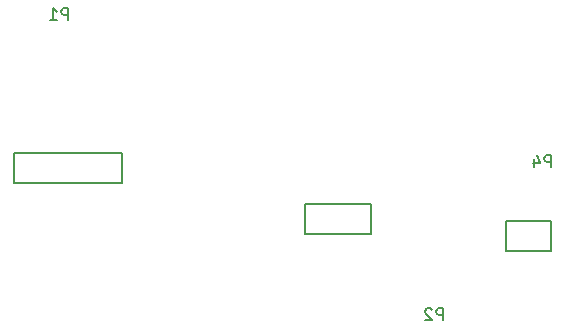
<source format=gbr>
G04 #@! TF.FileFunction,Legend,Bot*
%FSLAX46Y46*%
G04 Gerber Fmt 4.6, Leading zero omitted, Abs format (unit mm)*
G04 Created by KiCad (PCBNEW 4.0.5+dfsg1-4) date Fri Oct 12 17:17:42 2018*
%MOMM*%
%LPD*%
G01*
G04 APERTURE LIST*
%ADD10C,0.100000*%
%ADD11C,0.150000*%
G04 APERTURE END LIST*
D10*
D11*
X88646000Y-125730000D02*
X94234000Y-125730000D01*
X94234000Y-125730000D02*
X94234000Y-123190000D01*
X94234000Y-123190000D02*
X88646000Y-123190000D01*
X88646000Y-123190000D02*
X88646000Y-125730000D01*
X64008000Y-118872000D02*
X73152000Y-118872000D01*
X64008000Y-121412000D02*
X73152000Y-121412000D01*
X73152000Y-121412000D02*
X73152000Y-118872000D01*
X64008000Y-118872000D02*
X64008000Y-121412000D01*
X105612000Y-127198000D02*
X109422000Y-127198000D01*
X109422000Y-127198000D02*
X109422000Y-124658000D01*
X109422000Y-124658000D02*
X105612000Y-124658000D01*
X105612000Y-124658000D02*
X105612000Y-127198000D01*
X100306095Y-133040381D02*
X100306095Y-132040381D01*
X99925142Y-132040381D01*
X99829904Y-132088000D01*
X99782285Y-132135619D01*
X99734666Y-132230857D01*
X99734666Y-132373714D01*
X99782285Y-132468952D01*
X99829904Y-132516571D01*
X99925142Y-132564190D01*
X100306095Y-132564190D01*
X99353714Y-132135619D02*
X99306095Y-132088000D01*
X99210857Y-132040381D01*
X98972761Y-132040381D01*
X98877523Y-132088000D01*
X98829904Y-132135619D01*
X98782285Y-132230857D01*
X98782285Y-132326095D01*
X98829904Y-132468952D01*
X99401333Y-133040381D01*
X98782285Y-133040381D01*
X68556095Y-107640381D02*
X68556095Y-106640381D01*
X68175142Y-106640381D01*
X68079904Y-106688000D01*
X68032285Y-106735619D01*
X67984666Y-106830857D01*
X67984666Y-106973714D01*
X68032285Y-107068952D01*
X68079904Y-107116571D01*
X68175142Y-107164190D01*
X68556095Y-107164190D01*
X67032285Y-107640381D02*
X67603714Y-107640381D01*
X67318000Y-107640381D02*
X67318000Y-106640381D01*
X67413238Y-106783238D01*
X67508476Y-106878476D01*
X67603714Y-106926095D01*
X109450095Y-120086381D02*
X109450095Y-119086381D01*
X109069142Y-119086381D01*
X108973904Y-119134000D01*
X108926285Y-119181619D01*
X108878666Y-119276857D01*
X108878666Y-119419714D01*
X108926285Y-119514952D01*
X108973904Y-119562571D01*
X109069142Y-119610190D01*
X109450095Y-119610190D01*
X108021523Y-119419714D02*
X108021523Y-120086381D01*
X108259619Y-119038762D02*
X108497714Y-119753048D01*
X107878666Y-119753048D01*
M02*

</source>
